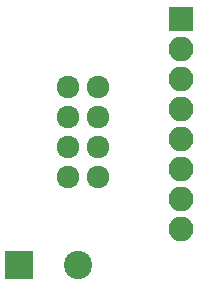
<source format=gts>
G04 #@! TF.FileFunction,Soldermask,Top*
%FSLAX46Y46*%
G04 Gerber Fmt 4.6, Leading zero omitted, Abs format (unit mm)*
G04 Created by KiCad (PCBNEW 4.0.7) date Tuesday, June 26, 2018 'PMt' 08:38:01 PM*
%MOMM*%
%LPD*%
G01*
G04 APERTURE LIST*
%ADD10C,0.100000*%
%ADD11R,2.100000X2.100000*%
%ADD12O,2.100000X2.100000*%
%ADD13C,1.924000*%
%ADD14R,2.400000X2.400000*%
%ADD15C,2.400000*%
G04 APERTURE END LIST*
D10*
D11*
X140970000Y-111760000D03*
D12*
X140970000Y-114300000D03*
X140970000Y-116840000D03*
X140970000Y-119380000D03*
X140970000Y-121920000D03*
X140970000Y-124460000D03*
X140970000Y-127000000D03*
X140970000Y-129540000D03*
D13*
X133985000Y-122555000D03*
X133985000Y-120015000D03*
X133985000Y-117475000D03*
X133985000Y-125095000D03*
X131445000Y-117475000D03*
X131445000Y-120015000D03*
X131445000Y-122555000D03*
X131445000Y-125095000D03*
D14*
X127254000Y-132588000D03*
D15*
X132254000Y-132588000D03*
M02*

</source>
